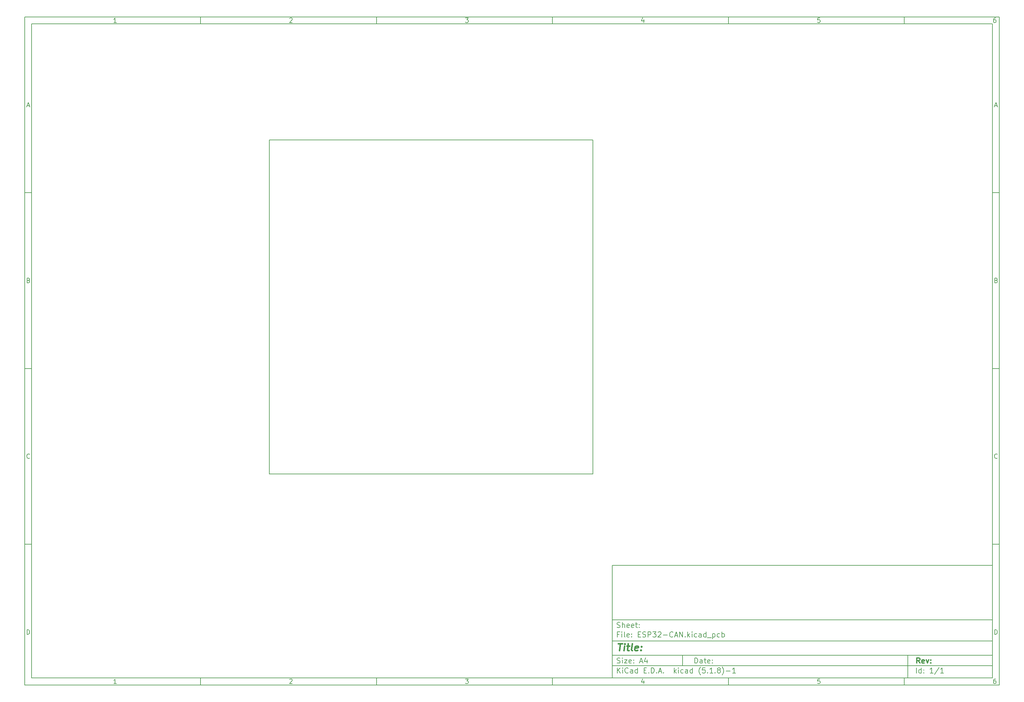
<source format=gm1>
G04 #@! TF.GenerationSoftware,KiCad,Pcbnew,(5.1.8)-1*
G04 #@! TF.CreationDate,2021-04-07T18:57:30+08:00*
G04 #@! TF.ProjectId,ESP32-CAN,45535033-322d-4434-914e-2e6b69636164,rev?*
G04 #@! TF.SameCoordinates,Original*
G04 #@! TF.FileFunction,Profile,NP*
%FSLAX46Y46*%
G04 Gerber Fmt 4.6, Leading zero omitted, Abs format (unit mm)*
G04 Created by KiCad (PCBNEW (5.1.8)-1) date 2021-04-07 18:57:30*
%MOMM*%
%LPD*%
G01*
G04 APERTURE LIST*
%ADD10C,0.100000*%
%ADD11C,0.150000*%
%ADD12C,0.300000*%
%ADD13C,0.400000*%
G04 #@! TA.AperFunction,Profile*
%ADD14C,0.150000*%
G04 #@! TD*
G04 APERTURE END LIST*
D10*
D11*
X177002200Y-166007200D02*
X177002200Y-198007200D01*
X285002200Y-198007200D01*
X285002200Y-166007200D01*
X177002200Y-166007200D01*
D10*
D11*
X10000000Y-10000000D02*
X10000000Y-200007200D01*
X287002200Y-200007200D01*
X287002200Y-10000000D01*
X10000000Y-10000000D01*
D10*
D11*
X12000000Y-12000000D02*
X12000000Y-198007200D01*
X285002200Y-198007200D01*
X285002200Y-12000000D01*
X12000000Y-12000000D01*
D10*
D11*
X60000000Y-12000000D02*
X60000000Y-10000000D01*
D10*
D11*
X110000000Y-12000000D02*
X110000000Y-10000000D01*
D10*
D11*
X160000000Y-12000000D02*
X160000000Y-10000000D01*
D10*
D11*
X210000000Y-12000000D02*
X210000000Y-10000000D01*
D10*
D11*
X260000000Y-12000000D02*
X260000000Y-10000000D01*
D10*
D11*
X36065476Y-11588095D02*
X35322619Y-11588095D01*
X35694047Y-11588095D02*
X35694047Y-10288095D01*
X35570238Y-10473809D01*
X35446428Y-10597619D01*
X35322619Y-10659523D01*
D10*
D11*
X85322619Y-10411904D02*
X85384523Y-10350000D01*
X85508333Y-10288095D01*
X85817857Y-10288095D01*
X85941666Y-10350000D01*
X86003571Y-10411904D01*
X86065476Y-10535714D01*
X86065476Y-10659523D01*
X86003571Y-10845238D01*
X85260714Y-11588095D01*
X86065476Y-11588095D01*
D10*
D11*
X135260714Y-10288095D02*
X136065476Y-10288095D01*
X135632142Y-10783333D01*
X135817857Y-10783333D01*
X135941666Y-10845238D01*
X136003571Y-10907142D01*
X136065476Y-11030952D01*
X136065476Y-11340476D01*
X136003571Y-11464285D01*
X135941666Y-11526190D01*
X135817857Y-11588095D01*
X135446428Y-11588095D01*
X135322619Y-11526190D01*
X135260714Y-11464285D01*
D10*
D11*
X185941666Y-10721428D02*
X185941666Y-11588095D01*
X185632142Y-10226190D02*
X185322619Y-11154761D01*
X186127380Y-11154761D01*
D10*
D11*
X236003571Y-10288095D02*
X235384523Y-10288095D01*
X235322619Y-10907142D01*
X235384523Y-10845238D01*
X235508333Y-10783333D01*
X235817857Y-10783333D01*
X235941666Y-10845238D01*
X236003571Y-10907142D01*
X236065476Y-11030952D01*
X236065476Y-11340476D01*
X236003571Y-11464285D01*
X235941666Y-11526190D01*
X235817857Y-11588095D01*
X235508333Y-11588095D01*
X235384523Y-11526190D01*
X235322619Y-11464285D01*
D10*
D11*
X285941666Y-10288095D02*
X285694047Y-10288095D01*
X285570238Y-10350000D01*
X285508333Y-10411904D01*
X285384523Y-10597619D01*
X285322619Y-10845238D01*
X285322619Y-11340476D01*
X285384523Y-11464285D01*
X285446428Y-11526190D01*
X285570238Y-11588095D01*
X285817857Y-11588095D01*
X285941666Y-11526190D01*
X286003571Y-11464285D01*
X286065476Y-11340476D01*
X286065476Y-11030952D01*
X286003571Y-10907142D01*
X285941666Y-10845238D01*
X285817857Y-10783333D01*
X285570238Y-10783333D01*
X285446428Y-10845238D01*
X285384523Y-10907142D01*
X285322619Y-11030952D01*
D10*
D11*
X60000000Y-198007200D02*
X60000000Y-200007200D01*
D10*
D11*
X110000000Y-198007200D02*
X110000000Y-200007200D01*
D10*
D11*
X160000000Y-198007200D02*
X160000000Y-200007200D01*
D10*
D11*
X210000000Y-198007200D02*
X210000000Y-200007200D01*
D10*
D11*
X260000000Y-198007200D02*
X260000000Y-200007200D01*
D10*
D11*
X36065476Y-199595295D02*
X35322619Y-199595295D01*
X35694047Y-199595295D02*
X35694047Y-198295295D01*
X35570238Y-198481009D01*
X35446428Y-198604819D01*
X35322619Y-198666723D01*
D10*
D11*
X85322619Y-198419104D02*
X85384523Y-198357200D01*
X85508333Y-198295295D01*
X85817857Y-198295295D01*
X85941666Y-198357200D01*
X86003571Y-198419104D01*
X86065476Y-198542914D01*
X86065476Y-198666723D01*
X86003571Y-198852438D01*
X85260714Y-199595295D01*
X86065476Y-199595295D01*
D10*
D11*
X135260714Y-198295295D02*
X136065476Y-198295295D01*
X135632142Y-198790533D01*
X135817857Y-198790533D01*
X135941666Y-198852438D01*
X136003571Y-198914342D01*
X136065476Y-199038152D01*
X136065476Y-199347676D01*
X136003571Y-199471485D01*
X135941666Y-199533390D01*
X135817857Y-199595295D01*
X135446428Y-199595295D01*
X135322619Y-199533390D01*
X135260714Y-199471485D01*
D10*
D11*
X185941666Y-198728628D02*
X185941666Y-199595295D01*
X185632142Y-198233390D02*
X185322619Y-199161961D01*
X186127380Y-199161961D01*
D10*
D11*
X236003571Y-198295295D02*
X235384523Y-198295295D01*
X235322619Y-198914342D01*
X235384523Y-198852438D01*
X235508333Y-198790533D01*
X235817857Y-198790533D01*
X235941666Y-198852438D01*
X236003571Y-198914342D01*
X236065476Y-199038152D01*
X236065476Y-199347676D01*
X236003571Y-199471485D01*
X235941666Y-199533390D01*
X235817857Y-199595295D01*
X235508333Y-199595295D01*
X235384523Y-199533390D01*
X235322619Y-199471485D01*
D10*
D11*
X285941666Y-198295295D02*
X285694047Y-198295295D01*
X285570238Y-198357200D01*
X285508333Y-198419104D01*
X285384523Y-198604819D01*
X285322619Y-198852438D01*
X285322619Y-199347676D01*
X285384523Y-199471485D01*
X285446428Y-199533390D01*
X285570238Y-199595295D01*
X285817857Y-199595295D01*
X285941666Y-199533390D01*
X286003571Y-199471485D01*
X286065476Y-199347676D01*
X286065476Y-199038152D01*
X286003571Y-198914342D01*
X285941666Y-198852438D01*
X285817857Y-198790533D01*
X285570238Y-198790533D01*
X285446428Y-198852438D01*
X285384523Y-198914342D01*
X285322619Y-199038152D01*
D10*
D11*
X10000000Y-60000000D02*
X12000000Y-60000000D01*
D10*
D11*
X10000000Y-110000000D02*
X12000000Y-110000000D01*
D10*
D11*
X10000000Y-160000000D02*
X12000000Y-160000000D01*
D10*
D11*
X10690476Y-35216666D02*
X11309523Y-35216666D01*
X10566666Y-35588095D02*
X11000000Y-34288095D01*
X11433333Y-35588095D01*
D10*
D11*
X11092857Y-84907142D02*
X11278571Y-84969047D01*
X11340476Y-85030952D01*
X11402380Y-85154761D01*
X11402380Y-85340476D01*
X11340476Y-85464285D01*
X11278571Y-85526190D01*
X11154761Y-85588095D01*
X10659523Y-85588095D01*
X10659523Y-84288095D01*
X11092857Y-84288095D01*
X11216666Y-84350000D01*
X11278571Y-84411904D01*
X11340476Y-84535714D01*
X11340476Y-84659523D01*
X11278571Y-84783333D01*
X11216666Y-84845238D01*
X11092857Y-84907142D01*
X10659523Y-84907142D01*
D10*
D11*
X11402380Y-135464285D02*
X11340476Y-135526190D01*
X11154761Y-135588095D01*
X11030952Y-135588095D01*
X10845238Y-135526190D01*
X10721428Y-135402380D01*
X10659523Y-135278571D01*
X10597619Y-135030952D01*
X10597619Y-134845238D01*
X10659523Y-134597619D01*
X10721428Y-134473809D01*
X10845238Y-134350000D01*
X11030952Y-134288095D01*
X11154761Y-134288095D01*
X11340476Y-134350000D01*
X11402380Y-134411904D01*
D10*
D11*
X10659523Y-185588095D02*
X10659523Y-184288095D01*
X10969047Y-184288095D01*
X11154761Y-184350000D01*
X11278571Y-184473809D01*
X11340476Y-184597619D01*
X11402380Y-184845238D01*
X11402380Y-185030952D01*
X11340476Y-185278571D01*
X11278571Y-185402380D01*
X11154761Y-185526190D01*
X10969047Y-185588095D01*
X10659523Y-185588095D01*
D10*
D11*
X287002200Y-60000000D02*
X285002200Y-60000000D01*
D10*
D11*
X287002200Y-110000000D02*
X285002200Y-110000000D01*
D10*
D11*
X287002200Y-160000000D02*
X285002200Y-160000000D01*
D10*
D11*
X285692676Y-35216666D02*
X286311723Y-35216666D01*
X285568866Y-35588095D02*
X286002200Y-34288095D01*
X286435533Y-35588095D01*
D10*
D11*
X286095057Y-84907142D02*
X286280771Y-84969047D01*
X286342676Y-85030952D01*
X286404580Y-85154761D01*
X286404580Y-85340476D01*
X286342676Y-85464285D01*
X286280771Y-85526190D01*
X286156961Y-85588095D01*
X285661723Y-85588095D01*
X285661723Y-84288095D01*
X286095057Y-84288095D01*
X286218866Y-84350000D01*
X286280771Y-84411904D01*
X286342676Y-84535714D01*
X286342676Y-84659523D01*
X286280771Y-84783333D01*
X286218866Y-84845238D01*
X286095057Y-84907142D01*
X285661723Y-84907142D01*
D10*
D11*
X286404580Y-135464285D02*
X286342676Y-135526190D01*
X286156961Y-135588095D01*
X286033152Y-135588095D01*
X285847438Y-135526190D01*
X285723628Y-135402380D01*
X285661723Y-135278571D01*
X285599819Y-135030952D01*
X285599819Y-134845238D01*
X285661723Y-134597619D01*
X285723628Y-134473809D01*
X285847438Y-134350000D01*
X286033152Y-134288095D01*
X286156961Y-134288095D01*
X286342676Y-134350000D01*
X286404580Y-134411904D01*
D10*
D11*
X285661723Y-185588095D02*
X285661723Y-184288095D01*
X285971247Y-184288095D01*
X286156961Y-184350000D01*
X286280771Y-184473809D01*
X286342676Y-184597619D01*
X286404580Y-184845238D01*
X286404580Y-185030952D01*
X286342676Y-185278571D01*
X286280771Y-185402380D01*
X286156961Y-185526190D01*
X285971247Y-185588095D01*
X285661723Y-185588095D01*
D10*
D11*
X200434342Y-193785771D02*
X200434342Y-192285771D01*
X200791485Y-192285771D01*
X201005771Y-192357200D01*
X201148628Y-192500057D01*
X201220057Y-192642914D01*
X201291485Y-192928628D01*
X201291485Y-193142914D01*
X201220057Y-193428628D01*
X201148628Y-193571485D01*
X201005771Y-193714342D01*
X200791485Y-193785771D01*
X200434342Y-193785771D01*
X202577200Y-193785771D02*
X202577200Y-193000057D01*
X202505771Y-192857200D01*
X202362914Y-192785771D01*
X202077200Y-192785771D01*
X201934342Y-192857200D01*
X202577200Y-193714342D02*
X202434342Y-193785771D01*
X202077200Y-193785771D01*
X201934342Y-193714342D01*
X201862914Y-193571485D01*
X201862914Y-193428628D01*
X201934342Y-193285771D01*
X202077200Y-193214342D01*
X202434342Y-193214342D01*
X202577200Y-193142914D01*
X203077200Y-192785771D02*
X203648628Y-192785771D01*
X203291485Y-192285771D02*
X203291485Y-193571485D01*
X203362914Y-193714342D01*
X203505771Y-193785771D01*
X203648628Y-193785771D01*
X204720057Y-193714342D02*
X204577200Y-193785771D01*
X204291485Y-193785771D01*
X204148628Y-193714342D01*
X204077200Y-193571485D01*
X204077200Y-193000057D01*
X204148628Y-192857200D01*
X204291485Y-192785771D01*
X204577200Y-192785771D01*
X204720057Y-192857200D01*
X204791485Y-193000057D01*
X204791485Y-193142914D01*
X204077200Y-193285771D01*
X205434342Y-193642914D02*
X205505771Y-193714342D01*
X205434342Y-193785771D01*
X205362914Y-193714342D01*
X205434342Y-193642914D01*
X205434342Y-193785771D01*
X205434342Y-192857200D02*
X205505771Y-192928628D01*
X205434342Y-193000057D01*
X205362914Y-192928628D01*
X205434342Y-192857200D01*
X205434342Y-193000057D01*
D10*
D11*
X177002200Y-194507200D02*
X285002200Y-194507200D01*
D10*
D11*
X178434342Y-196585771D02*
X178434342Y-195085771D01*
X179291485Y-196585771D02*
X178648628Y-195728628D01*
X179291485Y-195085771D02*
X178434342Y-195942914D01*
X179934342Y-196585771D02*
X179934342Y-195585771D01*
X179934342Y-195085771D02*
X179862914Y-195157200D01*
X179934342Y-195228628D01*
X180005771Y-195157200D01*
X179934342Y-195085771D01*
X179934342Y-195228628D01*
X181505771Y-196442914D02*
X181434342Y-196514342D01*
X181220057Y-196585771D01*
X181077200Y-196585771D01*
X180862914Y-196514342D01*
X180720057Y-196371485D01*
X180648628Y-196228628D01*
X180577200Y-195942914D01*
X180577200Y-195728628D01*
X180648628Y-195442914D01*
X180720057Y-195300057D01*
X180862914Y-195157200D01*
X181077200Y-195085771D01*
X181220057Y-195085771D01*
X181434342Y-195157200D01*
X181505771Y-195228628D01*
X182791485Y-196585771D02*
X182791485Y-195800057D01*
X182720057Y-195657200D01*
X182577200Y-195585771D01*
X182291485Y-195585771D01*
X182148628Y-195657200D01*
X182791485Y-196514342D02*
X182648628Y-196585771D01*
X182291485Y-196585771D01*
X182148628Y-196514342D01*
X182077200Y-196371485D01*
X182077200Y-196228628D01*
X182148628Y-196085771D01*
X182291485Y-196014342D01*
X182648628Y-196014342D01*
X182791485Y-195942914D01*
X184148628Y-196585771D02*
X184148628Y-195085771D01*
X184148628Y-196514342D02*
X184005771Y-196585771D01*
X183720057Y-196585771D01*
X183577200Y-196514342D01*
X183505771Y-196442914D01*
X183434342Y-196300057D01*
X183434342Y-195871485D01*
X183505771Y-195728628D01*
X183577200Y-195657200D01*
X183720057Y-195585771D01*
X184005771Y-195585771D01*
X184148628Y-195657200D01*
X186005771Y-195800057D02*
X186505771Y-195800057D01*
X186720057Y-196585771D02*
X186005771Y-196585771D01*
X186005771Y-195085771D01*
X186720057Y-195085771D01*
X187362914Y-196442914D02*
X187434342Y-196514342D01*
X187362914Y-196585771D01*
X187291485Y-196514342D01*
X187362914Y-196442914D01*
X187362914Y-196585771D01*
X188077200Y-196585771D02*
X188077200Y-195085771D01*
X188434342Y-195085771D01*
X188648628Y-195157200D01*
X188791485Y-195300057D01*
X188862914Y-195442914D01*
X188934342Y-195728628D01*
X188934342Y-195942914D01*
X188862914Y-196228628D01*
X188791485Y-196371485D01*
X188648628Y-196514342D01*
X188434342Y-196585771D01*
X188077200Y-196585771D01*
X189577200Y-196442914D02*
X189648628Y-196514342D01*
X189577200Y-196585771D01*
X189505771Y-196514342D01*
X189577200Y-196442914D01*
X189577200Y-196585771D01*
X190220057Y-196157200D02*
X190934342Y-196157200D01*
X190077200Y-196585771D02*
X190577200Y-195085771D01*
X191077200Y-196585771D01*
X191577200Y-196442914D02*
X191648628Y-196514342D01*
X191577200Y-196585771D01*
X191505771Y-196514342D01*
X191577200Y-196442914D01*
X191577200Y-196585771D01*
X194577200Y-196585771D02*
X194577200Y-195085771D01*
X194720057Y-196014342D02*
X195148628Y-196585771D01*
X195148628Y-195585771D02*
X194577200Y-196157200D01*
X195791485Y-196585771D02*
X195791485Y-195585771D01*
X195791485Y-195085771D02*
X195720057Y-195157200D01*
X195791485Y-195228628D01*
X195862914Y-195157200D01*
X195791485Y-195085771D01*
X195791485Y-195228628D01*
X197148628Y-196514342D02*
X197005771Y-196585771D01*
X196720057Y-196585771D01*
X196577200Y-196514342D01*
X196505771Y-196442914D01*
X196434342Y-196300057D01*
X196434342Y-195871485D01*
X196505771Y-195728628D01*
X196577200Y-195657200D01*
X196720057Y-195585771D01*
X197005771Y-195585771D01*
X197148628Y-195657200D01*
X198434342Y-196585771D02*
X198434342Y-195800057D01*
X198362914Y-195657200D01*
X198220057Y-195585771D01*
X197934342Y-195585771D01*
X197791485Y-195657200D01*
X198434342Y-196514342D02*
X198291485Y-196585771D01*
X197934342Y-196585771D01*
X197791485Y-196514342D01*
X197720057Y-196371485D01*
X197720057Y-196228628D01*
X197791485Y-196085771D01*
X197934342Y-196014342D01*
X198291485Y-196014342D01*
X198434342Y-195942914D01*
X199791485Y-196585771D02*
X199791485Y-195085771D01*
X199791485Y-196514342D02*
X199648628Y-196585771D01*
X199362914Y-196585771D01*
X199220057Y-196514342D01*
X199148628Y-196442914D01*
X199077200Y-196300057D01*
X199077200Y-195871485D01*
X199148628Y-195728628D01*
X199220057Y-195657200D01*
X199362914Y-195585771D01*
X199648628Y-195585771D01*
X199791485Y-195657200D01*
X202077200Y-197157200D02*
X202005771Y-197085771D01*
X201862914Y-196871485D01*
X201791485Y-196728628D01*
X201720057Y-196514342D01*
X201648628Y-196157200D01*
X201648628Y-195871485D01*
X201720057Y-195514342D01*
X201791485Y-195300057D01*
X201862914Y-195157200D01*
X202005771Y-194942914D01*
X202077200Y-194871485D01*
X203362914Y-195085771D02*
X202648628Y-195085771D01*
X202577200Y-195800057D01*
X202648628Y-195728628D01*
X202791485Y-195657200D01*
X203148628Y-195657200D01*
X203291485Y-195728628D01*
X203362914Y-195800057D01*
X203434342Y-195942914D01*
X203434342Y-196300057D01*
X203362914Y-196442914D01*
X203291485Y-196514342D01*
X203148628Y-196585771D01*
X202791485Y-196585771D01*
X202648628Y-196514342D01*
X202577200Y-196442914D01*
X204077200Y-196442914D02*
X204148628Y-196514342D01*
X204077200Y-196585771D01*
X204005771Y-196514342D01*
X204077200Y-196442914D01*
X204077200Y-196585771D01*
X205577200Y-196585771D02*
X204720057Y-196585771D01*
X205148628Y-196585771D02*
X205148628Y-195085771D01*
X205005771Y-195300057D01*
X204862914Y-195442914D01*
X204720057Y-195514342D01*
X206220057Y-196442914D02*
X206291485Y-196514342D01*
X206220057Y-196585771D01*
X206148628Y-196514342D01*
X206220057Y-196442914D01*
X206220057Y-196585771D01*
X207148628Y-195728628D02*
X207005771Y-195657200D01*
X206934342Y-195585771D01*
X206862914Y-195442914D01*
X206862914Y-195371485D01*
X206934342Y-195228628D01*
X207005771Y-195157200D01*
X207148628Y-195085771D01*
X207434342Y-195085771D01*
X207577200Y-195157200D01*
X207648628Y-195228628D01*
X207720057Y-195371485D01*
X207720057Y-195442914D01*
X207648628Y-195585771D01*
X207577200Y-195657200D01*
X207434342Y-195728628D01*
X207148628Y-195728628D01*
X207005771Y-195800057D01*
X206934342Y-195871485D01*
X206862914Y-196014342D01*
X206862914Y-196300057D01*
X206934342Y-196442914D01*
X207005771Y-196514342D01*
X207148628Y-196585771D01*
X207434342Y-196585771D01*
X207577200Y-196514342D01*
X207648628Y-196442914D01*
X207720057Y-196300057D01*
X207720057Y-196014342D01*
X207648628Y-195871485D01*
X207577200Y-195800057D01*
X207434342Y-195728628D01*
X208220057Y-197157200D02*
X208291485Y-197085771D01*
X208434342Y-196871485D01*
X208505771Y-196728628D01*
X208577200Y-196514342D01*
X208648628Y-196157200D01*
X208648628Y-195871485D01*
X208577200Y-195514342D01*
X208505771Y-195300057D01*
X208434342Y-195157200D01*
X208291485Y-194942914D01*
X208220057Y-194871485D01*
X209362914Y-196014342D02*
X210505771Y-196014342D01*
X212005771Y-196585771D02*
X211148628Y-196585771D01*
X211577200Y-196585771D02*
X211577200Y-195085771D01*
X211434342Y-195300057D01*
X211291485Y-195442914D01*
X211148628Y-195514342D01*
D10*
D11*
X177002200Y-191507200D02*
X285002200Y-191507200D01*
D10*
D12*
X264411485Y-193785771D02*
X263911485Y-193071485D01*
X263554342Y-193785771D02*
X263554342Y-192285771D01*
X264125771Y-192285771D01*
X264268628Y-192357200D01*
X264340057Y-192428628D01*
X264411485Y-192571485D01*
X264411485Y-192785771D01*
X264340057Y-192928628D01*
X264268628Y-193000057D01*
X264125771Y-193071485D01*
X263554342Y-193071485D01*
X265625771Y-193714342D02*
X265482914Y-193785771D01*
X265197200Y-193785771D01*
X265054342Y-193714342D01*
X264982914Y-193571485D01*
X264982914Y-193000057D01*
X265054342Y-192857200D01*
X265197200Y-192785771D01*
X265482914Y-192785771D01*
X265625771Y-192857200D01*
X265697200Y-193000057D01*
X265697200Y-193142914D01*
X264982914Y-193285771D01*
X266197200Y-192785771D02*
X266554342Y-193785771D01*
X266911485Y-192785771D01*
X267482914Y-193642914D02*
X267554342Y-193714342D01*
X267482914Y-193785771D01*
X267411485Y-193714342D01*
X267482914Y-193642914D01*
X267482914Y-193785771D01*
X267482914Y-192857200D02*
X267554342Y-192928628D01*
X267482914Y-193000057D01*
X267411485Y-192928628D01*
X267482914Y-192857200D01*
X267482914Y-193000057D01*
D10*
D11*
X178362914Y-193714342D02*
X178577200Y-193785771D01*
X178934342Y-193785771D01*
X179077200Y-193714342D01*
X179148628Y-193642914D01*
X179220057Y-193500057D01*
X179220057Y-193357200D01*
X179148628Y-193214342D01*
X179077200Y-193142914D01*
X178934342Y-193071485D01*
X178648628Y-193000057D01*
X178505771Y-192928628D01*
X178434342Y-192857200D01*
X178362914Y-192714342D01*
X178362914Y-192571485D01*
X178434342Y-192428628D01*
X178505771Y-192357200D01*
X178648628Y-192285771D01*
X179005771Y-192285771D01*
X179220057Y-192357200D01*
X179862914Y-193785771D02*
X179862914Y-192785771D01*
X179862914Y-192285771D02*
X179791485Y-192357200D01*
X179862914Y-192428628D01*
X179934342Y-192357200D01*
X179862914Y-192285771D01*
X179862914Y-192428628D01*
X180434342Y-192785771D02*
X181220057Y-192785771D01*
X180434342Y-193785771D01*
X181220057Y-193785771D01*
X182362914Y-193714342D02*
X182220057Y-193785771D01*
X181934342Y-193785771D01*
X181791485Y-193714342D01*
X181720057Y-193571485D01*
X181720057Y-193000057D01*
X181791485Y-192857200D01*
X181934342Y-192785771D01*
X182220057Y-192785771D01*
X182362914Y-192857200D01*
X182434342Y-193000057D01*
X182434342Y-193142914D01*
X181720057Y-193285771D01*
X183077200Y-193642914D02*
X183148628Y-193714342D01*
X183077200Y-193785771D01*
X183005771Y-193714342D01*
X183077200Y-193642914D01*
X183077200Y-193785771D01*
X183077200Y-192857200D02*
X183148628Y-192928628D01*
X183077200Y-193000057D01*
X183005771Y-192928628D01*
X183077200Y-192857200D01*
X183077200Y-193000057D01*
X184862914Y-193357200D02*
X185577200Y-193357200D01*
X184720057Y-193785771D02*
X185220057Y-192285771D01*
X185720057Y-193785771D01*
X186862914Y-192785771D02*
X186862914Y-193785771D01*
X186505771Y-192214342D02*
X186148628Y-193285771D01*
X187077200Y-193285771D01*
D10*
D11*
X263434342Y-196585771D02*
X263434342Y-195085771D01*
X264791485Y-196585771D02*
X264791485Y-195085771D01*
X264791485Y-196514342D02*
X264648628Y-196585771D01*
X264362914Y-196585771D01*
X264220057Y-196514342D01*
X264148628Y-196442914D01*
X264077200Y-196300057D01*
X264077200Y-195871485D01*
X264148628Y-195728628D01*
X264220057Y-195657200D01*
X264362914Y-195585771D01*
X264648628Y-195585771D01*
X264791485Y-195657200D01*
X265505771Y-196442914D02*
X265577200Y-196514342D01*
X265505771Y-196585771D01*
X265434342Y-196514342D01*
X265505771Y-196442914D01*
X265505771Y-196585771D01*
X265505771Y-195657200D02*
X265577200Y-195728628D01*
X265505771Y-195800057D01*
X265434342Y-195728628D01*
X265505771Y-195657200D01*
X265505771Y-195800057D01*
X268148628Y-196585771D02*
X267291485Y-196585771D01*
X267720057Y-196585771D02*
X267720057Y-195085771D01*
X267577200Y-195300057D01*
X267434342Y-195442914D01*
X267291485Y-195514342D01*
X269862914Y-195014342D02*
X268577200Y-196942914D01*
X271148628Y-196585771D02*
X270291485Y-196585771D01*
X270720057Y-196585771D02*
X270720057Y-195085771D01*
X270577200Y-195300057D01*
X270434342Y-195442914D01*
X270291485Y-195514342D01*
D10*
D11*
X177002200Y-187507200D02*
X285002200Y-187507200D01*
D10*
D13*
X178714580Y-188211961D02*
X179857438Y-188211961D01*
X179036009Y-190211961D02*
X179286009Y-188211961D01*
X180274104Y-190211961D02*
X180440771Y-188878628D01*
X180524104Y-188211961D02*
X180416961Y-188307200D01*
X180500295Y-188402438D01*
X180607438Y-188307200D01*
X180524104Y-188211961D01*
X180500295Y-188402438D01*
X181107438Y-188878628D02*
X181869342Y-188878628D01*
X181476485Y-188211961D02*
X181262200Y-189926247D01*
X181333628Y-190116723D01*
X181512200Y-190211961D01*
X181702676Y-190211961D01*
X182655057Y-190211961D02*
X182476485Y-190116723D01*
X182405057Y-189926247D01*
X182619342Y-188211961D01*
X184190771Y-190116723D02*
X183988390Y-190211961D01*
X183607438Y-190211961D01*
X183428866Y-190116723D01*
X183357438Y-189926247D01*
X183452676Y-189164342D01*
X183571723Y-188973866D01*
X183774104Y-188878628D01*
X184155057Y-188878628D01*
X184333628Y-188973866D01*
X184405057Y-189164342D01*
X184381247Y-189354819D01*
X183405057Y-189545295D01*
X185155057Y-190021485D02*
X185238390Y-190116723D01*
X185131247Y-190211961D01*
X185047914Y-190116723D01*
X185155057Y-190021485D01*
X185131247Y-190211961D01*
X185286009Y-188973866D02*
X185369342Y-189069104D01*
X185262200Y-189164342D01*
X185178866Y-189069104D01*
X185286009Y-188973866D01*
X185262200Y-189164342D01*
D10*
D11*
X178934342Y-185600057D02*
X178434342Y-185600057D01*
X178434342Y-186385771D02*
X178434342Y-184885771D01*
X179148628Y-184885771D01*
X179720057Y-186385771D02*
X179720057Y-185385771D01*
X179720057Y-184885771D02*
X179648628Y-184957200D01*
X179720057Y-185028628D01*
X179791485Y-184957200D01*
X179720057Y-184885771D01*
X179720057Y-185028628D01*
X180648628Y-186385771D02*
X180505771Y-186314342D01*
X180434342Y-186171485D01*
X180434342Y-184885771D01*
X181791485Y-186314342D02*
X181648628Y-186385771D01*
X181362914Y-186385771D01*
X181220057Y-186314342D01*
X181148628Y-186171485D01*
X181148628Y-185600057D01*
X181220057Y-185457200D01*
X181362914Y-185385771D01*
X181648628Y-185385771D01*
X181791485Y-185457200D01*
X181862914Y-185600057D01*
X181862914Y-185742914D01*
X181148628Y-185885771D01*
X182505771Y-186242914D02*
X182577200Y-186314342D01*
X182505771Y-186385771D01*
X182434342Y-186314342D01*
X182505771Y-186242914D01*
X182505771Y-186385771D01*
X182505771Y-185457200D02*
X182577200Y-185528628D01*
X182505771Y-185600057D01*
X182434342Y-185528628D01*
X182505771Y-185457200D01*
X182505771Y-185600057D01*
X184362914Y-185600057D02*
X184862914Y-185600057D01*
X185077200Y-186385771D02*
X184362914Y-186385771D01*
X184362914Y-184885771D01*
X185077200Y-184885771D01*
X185648628Y-186314342D02*
X185862914Y-186385771D01*
X186220057Y-186385771D01*
X186362914Y-186314342D01*
X186434342Y-186242914D01*
X186505771Y-186100057D01*
X186505771Y-185957200D01*
X186434342Y-185814342D01*
X186362914Y-185742914D01*
X186220057Y-185671485D01*
X185934342Y-185600057D01*
X185791485Y-185528628D01*
X185720057Y-185457200D01*
X185648628Y-185314342D01*
X185648628Y-185171485D01*
X185720057Y-185028628D01*
X185791485Y-184957200D01*
X185934342Y-184885771D01*
X186291485Y-184885771D01*
X186505771Y-184957200D01*
X187148628Y-186385771D02*
X187148628Y-184885771D01*
X187720057Y-184885771D01*
X187862914Y-184957200D01*
X187934342Y-185028628D01*
X188005771Y-185171485D01*
X188005771Y-185385771D01*
X187934342Y-185528628D01*
X187862914Y-185600057D01*
X187720057Y-185671485D01*
X187148628Y-185671485D01*
X188505771Y-184885771D02*
X189434342Y-184885771D01*
X188934342Y-185457200D01*
X189148628Y-185457200D01*
X189291485Y-185528628D01*
X189362914Y-185600057D01*
X189434342Y-185742914D01*
X189434342Y-186100057D01*
X189362914Y-186242914D01*
X189291485Y-186314342D01*
X189148628Y-186385771D01*
X188720057Y-186385771D01*
X188577200Y-186314342D01*
X188505771Y-186242914D01*
X190005771Y-185028628D02*
X190077200Y-184957200D01*
X190220057Y-184885771D01*
X190577200Y-184885771D01*
X190720057Y-184957200D01*
X190791485Y-185028628D01*
X190862914Y-185171485D01*
X190862914Y-185314342D01*
X190791485Y-185528628D01*
X189934342Y-186385771D01*
X190862914Y-186385771D01*
X191505771Y-185814342D02*
X192648628Y-185814342D01*
X194220057Y-186242914D02*
X194148628Y-186314342D01*
X193934342Y-186385771D01*
X193791485Y-186385771D01*
X193577200Y-186314342D01*
X193434342Y-186171485D01*
X193362914Y-186028628D01*
X193291485Y-185742914D01*
X193291485Y-185528628D01*
X193362914Y-185242914D01*
X193434342Y-185100057D01*
X193577200Y-184957200D01*
X193791485Y-184885771D01*
X193934342Y-184885771D01*
X194148628Y-184957200D01*
X194220057Y-185028628D01*
X194791485Y-185957200D02*
X195505771Y-185957200D01*
X194648628Y-186385771D02*
X195148628Y-184885771D01*
X195648628Y-186385771D01*
X196148628Y-186385771D02*
X196148628Y-184885771D01*
X197005771Y-186385771D01*
X197005771Y-184885771D01*
X197720057Y-186242914D02*
X197791485Y-186314342D01*
X197720057Y-186385771D01*
X197648628Y-186314342D01*
X197720057Y-186242914D01*
X197720057Y-186385771D01*
X198434342Y-186385771D02*
X198434342Y-184885771D01*
X198577200Y-185814342D02*
X199005771Y-186385771D01*
X199005771Y-185385771D02*
X198434342Y-185957200D01*
X199648628Y-186385771D02*
X199648628Y-185385771D01*
X199648628Y-184885771D02*
X199577200Y-184957200D01*
X199648628Y-185028628D01*
X199720057Y-184957200D01*
X199648628Y-184885771D01*
X199648628Y-185028628D01*
X201005771Y-186314342D02*
X200862914Y-186385771D01*
X200577200Y-186385771D01*
X200434342Y-186314342D01*
X200362914Y-186242914D01*
X200291485Y-186100057D01*
X200291485Y-185671485D01*
X200362914Y-185528628D01*
X200434342Y-185457200D01*
X200577200Y-185385771D01*
X200862914Y-185385771D01*
X201005771Y-185457200D01*
X202291485Y-186385771D02*
X202291485Y-185600057D01*
X202220057Y-185457200D01*
X202077200Y-185385771D01*
X201791485Y-185385771D01*
X201648628Y-185457200D01*
X202291485Y-186314342D02*
X202148628Y-186385771D01*
X201791485Y-186385771D01*
X201648628Y-186314342D01*
X201577200Y-186171485D01*
X201577200Y-186028628D01*
X201648628Y-185885771D01*
X201791485Y-185814342D01*
X202148628Y-185814342D01*
X202291485Y-185742914D01*
X203648628Y-186385771D02*
X203648628Y-184885771D01*
X203648628Y-186314342D02*
X203505771Y-186385771D01*
X203220057Y-186385771D01*
X203077200Y-186314342D01*
X203005771Y-186242914D01*
X202934342Y-186100057D01*
X202934342Y-185671485D01*
X203005771Y-185528628D01*
X203077200Y-185457200D01*
X203220057Y-185385771D01*
X203505771Y-185385771D01*
X203648628Y-185457200D01*
X204005771Y-186528628D02*
X205148628Y-186528628D01*
X205505771Y-185385771D02*
X205505771Y-186885771D01*
X205505771Y-185457200D02*
X205648628Y-185385771D01*
X205934342Y-185385771D01*
X206077200Y-185457200D01*
X206148628Y-185528628D01*
X206220057Y-185671485D01*
X206220057Y-186100057D01*
X206148628Y-186242914D01*
X206077200Y-186314342D01*
X205934342Y-186385771D01*
X205648628Y-186385771D01*
X205505771Y-186314342D01*
X207505771Y-186314342D02*
X207362914Y-186385771D01*
X207077200Y-186385771D01*
X206934342Y-186314342D01*
X206862914Y-186242914D01*
X206791485Y-186100057D01*
X206791485Y-185671485D01*
X206862914Y-185528628D01*
X206934342Y-185457200D01*
X207077200Y-185385771D01*
X207362914Y-185385771D01*
X207505771Y-185457200D01*
X208148628Y-186385771D02*
X208148628Y-184885771D01*
X208148628Y-185457200D02*
X208291485Y-185385771D01*
X208577200Y-185385771D01*
X208720057Y-185457200D01*
X208791485Y-185528628D01*
X208862914Y-185671485D01*
X208862914Y-186100057D01*
X208791485Y-186242914D01*
X208720057Y-186314342D01*
X208577200Y-186385771D01*
X208291485Y-186385771D01*
X208148628Y-186314342D01*
D10*
D11*
X177002200Y-181507200D02*
X285002200Y-181507200D01*
D10*
D11*
X178362914Y-183614342D02*
X178577200Y-183685771D01*
X178934342Y-183685771D01*
X179077200Y-183614342D01*
X179148628Y-183542914D01*
X179220057Y-183400057D01*
X179220057Y-183257200D01*
X179148628Y-183114342D01*
X179077200Y-183042914D01*
X178934342Y-182971485D01*
X178648628Y-182900057D01*
X178505771Y-182828628D01*
X178434342Y-182757200D01*
X178362914Y-182614342D01*
X178362914Y-182471485D01*
X178434342Y-182328628D01*
X178505771Y-182257200D01*
X178648628Y-182185771D01*
X179005771Y-182185771D01*
X179220057Y-182257200D01*
X179862914Y-183685771D02*
X179862914Y-182185771D01*
X180505771Y-183685771D02*
X180505771Y-182900057D01*
X180434342Y-182757200D01*
X180291485Y-182685771D01*
X180077200Y-182685771D01*
X179934342Y-182757200D01*
X179862914Y-182828628D01*
X181791485Y-183614342D02*
X181648628Y-183685771D01*
X181362914Y-183685771D01*
X181220057Y-183614342D01*
X181148628Y-183471485D01*
X181148628Y-182900057D01*
X181220057Y-182757200D01*
X181362914Y-182685771D01*
X181648628Y-182685771D01*
X181791485Y-182757200D01*
X181862914Y-182900057D01*
X181862914Y-183042914D01*
X181148628Y-183185771D01*
X183077200Y-183614342D02*
X182934342Y-183685771D01*
X182648628Y-183685771D01*
X182505771Y-183614342D01*
X182434342Y-183471485D01*
X182434342Y-182900057D01*
X182505771Y-182757200D01*
X182648628Y-182685771D01*
X182934342Y-182685771D01*
X183077200Y-182757200D01*
X183148628Y-182900057D01*
X183148628Y-183042914D01*
X182434342Y-183185771D01*
X183577200Y-182685771D02*
X184148628Y-182685771D01*
X183791485Y-182185771D02*
X183791485Y-183471485D01*
X183862914Y-183614342D01*
X184005771Y-183685771D01*
X184148628Y-183685771D01*
X184648628Y-183542914D02*
X184720057Y-183614342D01*
X184648628Y-183685771D01*
X184577200Y-183614342D01*
X184648628Y-183542914D01*
X184648628Y-183685771D01*
X184648628Y-182757200D02*
X184720057Y-182828628D01*
X184648628Y-182900057D01*
X184577200Y-182828628D01*
X184648628Y-182757200D01*
X184648628Y-182900057D01*
D10*
D11*
X197002200Y-191507200D02*
X197002200Y-194507200D01*
D10*
D11*
X261002200Y-191507200D02*
X261002200Y-198007200D01*
D14*
X171500000Y-45000000D02*
X171500000Y-140000000D01*
X79500000Y-45000000D02*
X171500000Y-45000000D01*
X79500000Y-140000000D02*
X79500000Y-45000000D01*
X171500000Y-140000000D02*
X79500000Y-140000000D01*
M02*

</source>
